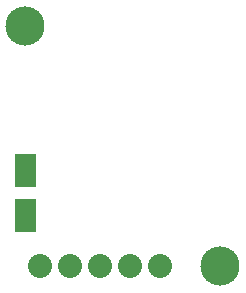
<source format=gbr>
G04 EAGLE Gerber RS-274X export*
G75*
%MOMM*%
%FSLAX34Y34*%
%LPD*%
%INSoldermask Bottom*%
%IPPOS*%
%AMOC8*
5,1,8,0,0,1.08239X$1,22.5*%
G01*
%ADD10C,2.032000*%
%ADD11C,3.317600*%
%ADD12R,1.701800X1.270000*%
%ADD13R,0.304800X0.736600*%

G36*
X33138Y92726D02*
X33138Y92726D01*
X33257Y92733D01*
X33295Y92746D01*
X33336Y92751D01*
X33446Y92794D01*
X33559Y92831D01*
X33594Y92853D01*
X33631Y92868D01*
X33727Y92938D01*
X33828Y93001D01*
X33856Y93031D01*
X33889Y93054D01*
X33965Y93146D01*
X34046Y93233D01*
X34066Y93268D01*
X34091Y93299D01*
X34142Y93407D01*
X34200Y93511D01*
X34210Y93551D01*
X34227Y93587D01*
X34249Y93704D01*
X34279Y93819D01*
X34283Y93880D01*
X34287Y93900D01*
X34285Y93920D01*
X34289Y93980D01*
X34289Y119380D01*
X34274Y119498D01*
X34267Y119617D01*
X34254Y119655D01*
X34249Y119696D01*
X34206Y119806D01*
X34169Y119919D01*
X34147Y119954D01*
X34132Y119991D01*
X34063Y120087D01*
X33999Y120188D01*
X33969Y120216D01*
X33946Y120249D01*
X33854Y120325D01*
X33767Y120406D01*
X33732Y120426D01*
X33701Y120451D01*
X33593Y120502D01*
X33489Y120560D01*
X33449Y120570D01*
X33413Y120587D01*
X33296Y120609D01*
X33181Y120639D01*
X33121Y120643D01*
X33101Y120647D01*
X33080Y120645D01*
X33020Y120649D01*
X17780Y120649D01*
X17662Y120634D01*
X17543Y120627D01*
X17505Y120614D01*
X17464Y120609D01*
X17354Y120566D01*
X17241Y120529D01*
X17206Y120507D01*
X17169Y120492D01*
X17073Y120423D01*
X16972Y120359D01*
X16944Y120329D01*
X16911Y120306D01*
X16836Y120214D01*
X16754Y120127D01*
X16734Y120092D01*
X16709Y120061D01*
X16658Y119953D01*
X16600Y119849D01*
X16590Y119809D01*
X16573Y119773D01*
X16551Y119656D01*
X16521Y119541D01*
X16517Y119481D01*
X16513Y119461D01*
X16514Y119449D01*
X16513Y119446D01*
X16514Y119433D01*
X16511Y119380D01*
X16511Y93980D01*
X16526Y93862D01*
X16533Y93743D01*
X16546Y93705D01*
X16551Y93664D01*
X16594Y93554D01*
X16631Y93441D01*
X16653Y93406D01*
X16668Y93369D01*
X16738Y93273D01*
X16801Y93172D01*
X16831Y93144D01*
X16854Y93111D01*
X16946Y93036D01*
X17033Y92954D01*
X17068Y92934D01*
X17099Y92909D01*
X17207Y92858D01*
X17311Y92800D01*
X17351Y92790D01*
X17387Y92773D01*
X17504Y92751D01*
X17619Y92721D01*
X17680Y92717D01*
X17700Y92713D01*
X17720Y92715D01*
X17780Y92711D01*
X33020Y92711D01*
X33138Y92726D01*
G37*
G36*
X33138Y54626D02*
X33138Y54626D01*
X33257Y54633D01*
X33295Y54646D01*
X33336Y54651D01*
X33446Y54694D01*
X33559Y54731D01*
X33594Y54753D01*
X33631Y54768D01*
X33727Y54838D01*
X33828Y54901D01*
X33856Y54931D01*
X33889Y54954D01*
X33965Y55046D01*
X34046Y55133D01*
X34066Y55168D01*
X34091Y55199D01*
X34142Y55307D01*
X34200Y55411D01*
X34210Y55451D01*
X34227Y55487D01*
X34249Y55604D01*
X34279Y55719D01*
X34283Y55780D01*
X34287Y55800D01*
X34285Y55820D01*
X34289Y55880D01*
X34289Y81280D01*
X34274Y81398D01*
X34267Y81517D01*
X34254Y81555D01*
X34249Y81596D01*
X34206Y81706D01*
X34169Y81819D01*
X34147Y81854D01*
X34132Y81891D01*
X34063Y81987D01*
X33999Y82088D01*
X33969Y82116D01*
X33946Y82149D01*
X33854Y82225D01*
X33767Y82306D01*
X33732Y82326D01*
X33701Y82351D01*
X33593Y82402D01*
X33489Y82460D01*
X33449Y82470D01*
X33413Y82487D01*
X33296Y82509D01*
X33181Y82539D01*
X33121Y82543D01*
X33101Y82547D01*
X33080Y82545D01*
X33020Y82549D01*
X17780Y82549D01*
X17662Y82534D01*
X17543Y82527D01*
X17505Y82514D01*
X17464Y82509D01*
X17354Y82466D01*
X17241Y82429D01*
X17206Y82407D01*
X17169Y82392D01*
X17073Y82323D01*
X16972Y82259D01*
X16944Y82229D01*
X16911Y82206D01*
X16836Y82114D01*
X16754Y82027D01*
X16734Y81992D01*
X16709Y81961D01*
X16658Y81853D01*
X16600Y81749D01*
X16590Y81709D01*
X16573Y81673D01*
X16551Y81556D01*
X16521Y81441D01*
X16517Y81381D01*
X16513Y81361D01*
X16514Y81349D01*
X16513Y81346D01*
X16514Y81333D01*
X16511Y81280D01*
X16511Y55880D01*
X16526Y55762D01*
X16533Y55643D01*
X16546Y55605D01*
X16551Y55564D01*
X16594Y55454D01*
X16631Y55341D01*
X16653Y55306D01*
X16668Y55269D01*
X16738Y55173D01*
X16801Y55072D01*
X16831Y55044D01*
X16854Y55011D01*
X16946Y54936D01*
X17033Y54854D01*
X17068Y54834D01*
X17099Y54809D01*
X17207Y54758D01*
X17311Y54700D01*
X17351Y54690D01*
X17387Y54673D01*
X17504Y54651D01*
X17619Y54621D01*
X17680Y54617D01*
X17700Y54613D01*
X17720Y54615D01*
X17780Y54611D01*
X33020Y54611D01*
X33138Y54626D01*
G37*
D10*
X139700Y25400D03*
X114300Y25400D03*
X88900Y25400D03*
X63500Y25400D03*
X38100Y25400D03*
D11*
X25400Y228600D03*
X190500Y25400D03*
D12*
X25400Y60960D03*
X25400Y76200D03*
D13*
X25400Y68580D03*
D12*
X25400Y114300D03*
X25400Y99060D03*
D13*
X25400Y106680D03*
M02*

</source>
